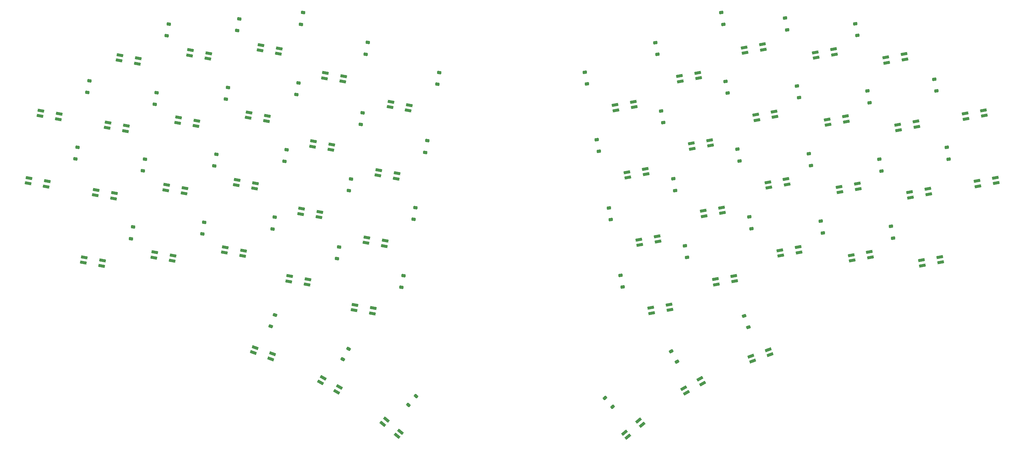
<source format=gbr>
%TF.GenerationSoftware,KiCad,Pcbnew,8.0.5*%
%TF.CreationDate,2024-10-09T17:31:38+02:00*%
%TF.ProjectId,phnx,70686e78-2e6b-4696-9361-645f70636258,A*%
%TF.SameCoordinates,Original*%
%TF.FileFunction,Paste,Bot*%
%TF.FilePolarity,Positive*%
%FSLAX46Y46*%
G04 Gerber Fmt 4.6, Leading zero omitted, Abs format (unit mm)*
G04 Created by KiCad (PCBNEW 8.0.5) date 2024-10-09 17:31:38*
%MOMM*%
%LPD*%
G01*
G04 APERTURE LIST*
G04 Aperture macros list*
%AMRoundRect*
0 Rectangle with rounded corners*
0 $1 Rounding radius*
0 $2 $3 $4 $5 $6 $7 $8 $9 X,Y pos of 4 corners*
0 Add a 4 corners polygon primitive as box body*
4,1,4,$2,$3,$4,$5,$6,$7,$8,$9,$2,$3,0*
0 Add four circle primitives for the rounded corners*
1,1,$1+$1,$2,$3*
1,1,$1+$1,$4,$5*
1,1,$1+$1,$6,$7*
1,1,$1+$1,$8,$9*
0 Add four rect primitives between the rounded corners*
20,1,$1+$1,$2,$3,$4,$5,0*
20,1,$1+$1,$4,$5,$6,$7,0*
20,1,$1+$1,$6,$7,$8,$9,0*
20,1,$1+$1,$8,$9,$2,$3,0*%
%AMRotRect*
0 Rectangle, with rotation*
0 The origin of the aperture is its center*
0 $1 length*
0 $2 width*
0 $3 Rotation angle, in degrees counterclockwise*
0 Add horizontal line*
21,1,$1,$2,0,0,$3*%
G04 Aperture macros list end*
%ADD10RoundRect,0.225000X-0.408374X0.156464X-0.330232X-0.286700X0.408374X-0.156464X0.330232X0.286700X0*%
%ADD11RotRect,1.800000X0.820000X190.000000*%
%ADD12RotRect,1.800000X0.820000X170.000000*%
%ADD13RoundRect,0.225000X-0.330232X0.286700X-0.408374X-0.156464X0.330232X-0.286700X0.408374X0.156464X0*%
%ADD14RoundRect,0.225000X-0.275430X0.339688X-0.429339X-0.083173X0.275430X-0.339688X0.429339X0.083173X0*%
%ADD15RotRect,1.800000X0.820000X210.000000*%
%ADD16RoundRect,0.225000X-0.437260X0.007356X-0.212260X-0.382356X0.437260X-0.007356X0.212260X0.382356X0*%
%ADD17RotRect,1.800000X0.820000X150.000000*%
%ADD18RotRect,1.800000X0.820000X160.000000*%
%ADD19RoundRect,0.225000X-0.212260X0.382356X-0.437260X-0.007356X0.212260X-0.382356X0.437260X0.007356X0*%
%ADD20RotRect,1.800000X0.820000X140.000000*%
%ADD21RoundRect,0.225000X-0.431894X-0.068685X-0.142639X-0.413405X0.431894X0.068685X0.142639X0.413405X0*%
%ADD22RotRect,1.800000X0.820000X200.000000*%
%ADD23RoundRect,0.225000X-0.142639X0.413405X-0.431894X0.068685X0.142639X-0.413405X0.431894X-0.068685X0*%
%ADD24RotRect,1.800000X0.820000X220.000000*%
%ADD25RoundRect,0.225000X-0.429339X0.083173X-0.275430X-0.339688X0.429339X-0.083173X0.275430X0.339688X0*%
G04 APERTURE END LIST*
D10*
%TO.C,D429*%
X232214762Y-113437418D03*
X232787800Y-116687284D03*
%TD*%
D11*
%TO.C,D536*%
X265115042Y-152167744D03*
X265375514Y-153644956D03*
X270447274Y-152750668D03*
X270186802Y-151273456D03*
%TD*%
D12*
%TO.C,D521*%
X147042981Y-151316019D03*
X146782509Y-152793231D03*
X151854269Y-153687519D03*
X152114741Y-152210307D03*
%TD*%
D13*
%TO.C,D415*%
X146196683Y-116236116D03*
X145623645Y-119485982D03*
%TD*%
D10*
%TO.C,D448*%
X307313049Y-99946785D03*
X307886087Y-103196651D03*
%TD*%
D12*
%TO.C,D510*%
X116218915Y-107294692D03*
X115958443Y-108771904D03*
X121030203Y-109666192D03*
X121290675Y-108188980D03*
%TD*%
D14*
%TO.C,D417*%
X142946662Y-162141602D03*
X141817996Y-165242588D03*
%TD*%
D10*
%TO.C,D428*%
X228915447Y-94726070D03*
X229488485Y-97975936D03*
%TD*%
D15*
%TO.C,D537*%
X256359693Y-182423682D03*
X257109693Y-183722720D03*
X261569723Y-181147720D03*
X260819723Y-179848682D03*
%TD*%
D11*
%TO.C,D541*%
X283001560Y-144190592D03*
X283262032Y-145667804D03*
X288333792Y-144773516D03*
X288073320Y-143296304D03*
%TD*%
D13*
%TO.C,D403*%
X88214683Y-115557078D03*
X87641645Y-118806944D03*
%TD*%
D10*
%TO.C,D436*%
X256699911Y-142882961D03*
X257272949Y-146132827D03*
%TD*%
D11*
%TO.C,D548*%
X315691181Y-109309669D03*
X315951653Y-110786881D03*
X321023413Y-109892593D03*
X320762941Y-108415381D03*
%TD*%
D13*
%TO.C,D413*%
X150752603Y-78175480D03*
X150179565Y-81425346D03*
%TD*%
D11*
%TO.C,D531*%
X247228523Y-160144897D03*
X247488995Y-161622109D03*
X252560755Y-160727821D03*
X252300283Y-159250609D03*
%TD*%
D10*
%TO.C,D435*%
X253427511Y-124324260D03*
X254000549Y-127574126D03*
%TD*%
%TO.C,D445*%
X291093554Y-117378090D03*
X291666592Y-120627956D03*
%TD*%
%TO.C,D443*%
X284451512Y-79709193D03*
X285024550Y-82959059D03*
%TD*%
D11*
%TO.C,D553*%
X337700883Y-124891699D03*
X337961355Y-126368911D03*
X343033115Y-125474623D03*
X342772643Y-123997411D03*
%TD*%
D16*
%TO.C,D437*%
X252854196Y-172201983D03*
X254504196Y-175059867D03*
%TD*%
D11*
%TO.C,D552*%
X334401567Y-106180350D03*
X334662039Y-107657562D03*
X339733799Y-106763274D03*
X339473327Y-105286062D03*
%TD*%
D12*
%TO.C,D509*%
X119518231Y-88583346D03*
X119257759Y-90060558D03*
X124329519Y-90954846D03*
X124589991Y-89477634D03*
%TD*%
D11*
%TO.C,D547*%
X312391864Y-90598321D03*
X312652336Y-92075533D03*
X317724096Y-91181245D03*
X317463624Y-89704033D03*
%TD*%
%TO.C,D535*%
X261772314Y-133210196D03*
X262032786Y-134687408D03*
X267104546Y-133793120D03*
X266844074Y-132315908D03*
%TD*%
D13*
%TO.C,D414*%
X149469951Y-97672491D03*
X148896913Y-100922357D03*
%TD*%
%TO.C,D406*%
X110151396Y-100386124D03*
X109578358Y-103635990D03*
%TD*%
D10*
%TO.C,D447*%
X303964494Y-81244117D03*
X304537532Y-84493983D03*
%TD*%
D13*
%TO.C,D416*%
X142889552Y-134991784D03*
X142316514Y-138241650D03*
%TD*%
D17*
%TO.C,D522*%
X156361883Y-179571888D03*
X155611883Y-180870926D03*
X160071913Y-183445926D03*
X160821913Y-182146888D03*
%TD*%
D12*
%TO.C,D507*%
X93383423Y-127384564D03*
X93122951Y-128861776D03*
X98194711Y-129756064D03*
X98455183Y-128278852D03*
%TD*%
D13*
%TO.C,D425*%
X181943674Y-132338144D03*
X181370636Y-135588010D03*
%TD*%
D12*
%TO.C,D505*%
X99982056Y-89961866D03*
X99721584Y-91439078D03*
X104793344Y-92333366D03*
X105053816Y-90856154D03*
%TD*%
D13*
%TO.C,D411*%
X126677873Y-117516159D03*
X126104835Y-120766025D03*
%TD*%
D11*
%TO.C,D538*%
X273073311Y-87884690D03*
X273333783Y-89361902D03*
X278405543Y-88467614D03*
X278145071Y-86990402D03*
%TD*%
D10*
%TO.C,D453*%
X329285752Y-115606914D03*
X329858790Y-118856780D03*
%TD*%
D18*
%TO.C,D517*%
X137455184Y-171162425D03*
X136942153Y-172571965D03*
X141781570Y-174333367D03*
X142294601Y-172923827D03*
%TD*%
D10*
%TO.C,D446*%
X294392870Y-136089437D03*
X294965908Y-139339303D03*
%TD*%
D12*
%TO.C,D511*%
X112919600Y-126006041D03*
X112659128Y-127483253D03*
X117730888Y-128377541D03*
X117991360Y-126900329D03*
%TD*%
D10*
%TO.C,D444*%
X287768191Y-98519023D03*
X288341229Y-101768889D03*
%TD*%
D13*
%TO.C,D410*%
X129952008Y-98947609D03*
X129378970Y-102197475D03*
%TD*%
D11*
%TO.C,D533*%
X255173684Y-95787500D03*
X255434156Y-97264712D03*
X260505916Y-96370424D03*
X260245444Y-94893212D03*
%TD*%
D13*
%TO.C,D408*%
X103570999Y-137705412D03*
X102997961Y-140955278D03*
%TD*%
D12*
%TO.C,D506*%
X96682741Y-108673215D03*
X96422269Y-110150427D03*
X101494029Y-111044715D03*
X101754501Y-109567503D03*
%TD*%
%TO.C,D524*%
X171774331Y-121913886D03*
X171513859Y-123391098D03*
X176585619Y-124285386D03*
X176846091Y-122808174D03*
%TD*%
%TO.C,D518*%
X156984338Y-94935775D03*
X156723866Y-96412987D03*
X161795626Y-97307275D03*
X162056098Y-95830063D03*
%TD*%
D13*
%TO.C,D405*%
X113512358Y-81325169D03*
X112939320Y-84575035D03*
%TD*%
D11*
%TO.C,D549*%
X318990496Y-128021018D03*
X319250968Y-129498230D03*
X324322728Y-128603942D03*
X324062256Y-127126730D03*
%TD*%
D19*
%TO.C,D422*%
X163408884Y-171516120D03*
X161758884Y-174374004D03*
%TD*%
D13*
%TO.C,D426*%
X178619178Y-151192289D03*
X178046140Y-154442155D03*
%TD*%
%TO.C,D407*%
X106895495Y-118851268D03*
X106322457Y-122101134D03*
%TD*%
D12*
%TO.C,D514*%
X135755091Y-105916172D03*
X135494619Y-107393384D03*
X140566379Y-108287672D03*
X140826851Y-106810460D03*
%TD*%
D11*
%TO.C,D543*%
X292855689Y-89219801D03*
X293116161Y-90697013D03*
X298187921Y-89802725D03*
X297927449Y-88325513D03*
%TD*%
D20*
%TO.C,D527*%
X173850545Y-191217627D03*
X172886364Y-192366693D03*
X176831493Y-195677049D03*
X177795674Y-194527983D03*
%TD*%
D13*
%TO.C,D402*%
X91470584Y-97091934D03*
X90897546Y-100341800D03*
%TD*%
%TO.C,D412*%
X123353378Y-136370301D03*
X122780340Y-139620167D03*
%TD*%
D12*
%TO.C,D503*%
X74702612Y-124090373D03*
X74442140Y-125567585D03*
X79513900Y-126461873D03*
X79774372Y-124984661D03*
%TD*%
D10*
%TO.C,D440*%
X271270618Y-116100903D03*
X271843656Y-119350769D03*
%TD*%
%TO.C,D434*%
X250101280Y-105460264D03*
X250674318Y-108710130D03*
%TD*%
D12*
%TO.C,D515*%
X132455777Y-124627517D03*
X132195305Y-126104729D03*
X137267065Y-126999017D03*
X137527537Y-125521805D03*
%TD*%
%TO.C,D523*%
X175117057Y-102956341D03*
X174856585Y-104433553D03*
X179928345Y-105327841D03*
X180188817Y-103850629D03*
%TD*%
D13*
%TO.C,D419*%
X167295693Y-105994325D03*
X166722655Y-109244191D03*
%TD*%
D12*
%TO.C,D525*%
X168475017Y-140625236D03*
X168214545Y-142102448D03*
X173286305Y-142996736D03*
X173546777Y-141519524D03*
%TD*%
D21*
%TO.C,D432*%
X234512107Y-185128729D03*
X236633307Y-187656675D03*
%TD*%
D11*
%TO.C,D550*%
X322320116Y-146904223D03*
X322580588Y-148381435D03*
X327652348Y-147487147D03*
X327391876Y-146009935D03*
%TD*%
D12*
%TO.C,D516*%
X129156460Y-143338867D03*
X128895988Y-144816079D03*
X133967748Y-145710367D03*
X134228220Y-144233155D03*
%TD*%
D22*
%TO.C,D542*%
X274983532Y-173525174D03*
X275496563Y-174934714D03*
X280335980Y-173173312D03*
X279822949Y-171763772D03*
%TD*%
D11*
%TO.C,D529*%
X240586480Y-122476001D03*
X240846952Y-123953213D03*
X245918712Y-123058925D03*
X245658240Y-121581713D03*
%TD*%
D13*
%TO.C,D418*%
X168673292Y-86472555D03*
X168100254Y-89722421D03*
%TD*%
D11*
%TO.C,D546*%
X302783938Y-145525703D03*
X303044410Y-147002915D03*
X308116170Y-146108627D03*
X307855698Y-144631415D03*
%TD*%
D10*
%TO.C,D441*%
X274586430Y-134905808D03*
X275159468Y-138155674D03*
%TD*%
D23*
%TO.C,D427*%
X182096156Y-184619019D03*
X179974954Y-187146965D03*
%TD*%
D24*
%TO.C,D532*%
X239900024Y-194777927D03*
X240864205Y-195926993D03*
X244809334Y-192616637D03*
X243845153Y-191467571D03*
%TD*%
D10*
%TO.C,D433*%
X248500000Y-86500000D03*
X249073038Y-89749866D03*
%TD*%
D12*
%TO.C,D508*%
X90084109Y-146095907D03*
X89823637Y-147573119D03*
X94895397Y-148467407D03*
X95155869Y-146990195D03*
%TD*%
D11*
%TO.C,D530*%
X243885796Y-141187347D03*
X244146268Y-142664559D03*
X249218028Y-141770271D03*
X248957556Y-140293059D03*
%TD*%
D12*
%TO.C,D519*%
X153641609Y-113893326D03*
X153381137Y-115370538D03*
X158452897Y-116264826D03*
X158713369Y-114787614D03*
%TD*%
D10*
%TO.C,D438*%
X266760780Y-78169077D03*
X267333818Y-81418943D03*
%TD*%
D12*
%TO.C,D526*%
X165175699Y-159336585D03*
X164915227Y-160813797D03*
X169986987Y-161708085D03*
X170247459Y-160230873D03*
%TD*%
D11*
%TO.C,D544*%
X296141896Y-107856805D03*
X296402368Y-109334017D03*
X301474128Y-108439729D03*
X301213656Y-106962517D03*
%TD*%
D12*
%TO.C,D512*%
X109620284Y-144717389D03*
X109359812Y-146194601D03*
X114431572Y-147088889D03*
X114692044Y-145611677D03*
%TD*%
%TO.C,D502*%
X78075789Y-105392046D03*
X77815317Y-106869258D03*
X82887077Y-107763546D03*
X83147549Y-106286334D03*
%TD*%
D10*
%TO.C,D450*%
X313839247Y-137534565D03*
X314412285Y-140784431D03*
%TD*%
D11*
%TO.C,D539*%
X276359517Y-106521697D03*
X276619989Y-107998909D03*
X281691749Y-107104621D03*
X281431277Y-105627409D03*
%TD*%
D12*
%TO.C,D513*%
X139054407Y-87204825D03*
X138793935Y-88682037D03*
X143865695Y-89576325D03*
X144126167Y-88099113D03*
%TD*%
D25*
%TO.C,D442*%
X273135260Y-162380199D03*
X274263926Y-165481185D03*
%TD*%
D10*
%TO.C,D431*%
X238856804Y-151106313D03*
X239429842Y-154356179D03*
%TD*%
D12*
%TO.C,D520*%
X150342295Y-132604670D03*
X150081823Y-134081882D03*
X155153583Y-134976170D03*
X155414055Y-133498958D03*
%TD*%
D11*
%TO.C,D534*%
X258472998Y-114498848D03*
X258733470Y-115976060D03*
X263805230Y-115081772D03*
X263544758Y-113604560D03*
%TD*%
D13*
%TO.C,D424*%
X185225623Y-113725277D03*
X184652585Y-116975143D03*
%TD*%
%TO.C,D420*%
X164057153Y-124360992D03*
X163484115Y-127610858D03*
%TD*%
%TO.C,D421*%
X160732659Y-143215135D03*
X160159621Y-146465001D03*
%TD*%
D11*
%TO.C,D528*%
X237300274Y-103838996D03*
X237560746Y-105316208D03*
X242632506Y-104421920D03*
X242372034Y-102944708D03*
%TD*%
%TO.C,D545*%
X299441211Y-126568152D03*
X299701683Y-128045364D03*
X304773443Y-127151076D03*
X304512971Y-125673864D03*
%TD*%
D10*
%TO.C,D449*%
X310605669Y-118908092D03*
X311178707Y-122157958D03*
%TD*%
D13*
%TO.C,D423*%
X188560537Y-94812044D03*
X187987499Y-98061910D03*
%TD*%
%TO.C,D409*%
X133056348Y-79902331D03*
X132483310Y-83152197D03*
%TD*%
D10*
%TO.C,D439*%
X267945255Y-97241836D03*
X268518293Y-100491702D03*
%TD*%
%TO.C,D452*%
X325894652Y-96662969D03*
X326467690Y-99912835D03*
%TD*%
%TO.C,D430*%
X235557490Y-132394966D03*
X236130528Y-135644832D03*
%TD*%
D11*
%TO.C,D540*%
X279671944Y-125307386D03*
X279932416Y-126784598D03*
X285004176Y-125890310D03*
X284743704Y-124413098D03*
%TD*%
M02*

</source>
